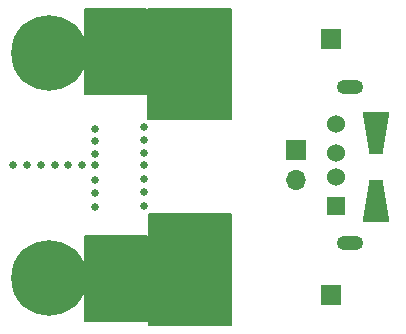
<source format=gbr>
%TF.GenerationSoftware,KiCad,Pcbnew,(7.0.0)*%
%TF.CreationDate,2023-03-03T15:02:14-06:00*%
%TF.ProjectId,Banana to USB Adapter,42616e61-6e61-4207-946f-205553422041,rev?*%
%TF.SameCoordinates,Original*%
%TF.FileFunction,Soldermask,Bot*%
%TF.FilePolarity,Negative*%
%FSLAX46Y46*%
G04 Gerber Fmt 4.6, Leading zero omitted, Abs format (unit mm)*
G04 Created by KiCad (PCBNEW (7.0.0)) date 2023-03-03 15:02:14*
%MOMM*%
%LPD*%
G01*
G04 APERTURE LIST*
G04 Aperture macros list*
%AMOutline4P*
0 Free polygon, 4 corners , with rotation*
0 The origin of the aperture is its center*
0 number of corners: always 4*
0 $1 to $8 corner X, Y*
0 $9 Rotation angle, in degrees counterclockwise*
0 create outline with 4 corners*
4,1,4,$1,$2,$3,$4,$5,$6,$7,$8,$1,$2,$9*%
G04 Aperture macros list end*
%ADD10C,0.150000*%
%ADD11C,0.635000*%
%ADD12R,1.700000X1.700000*%
%ADD13C,0.800000*%
%ADD14C,6.400000*%
%ADD15R,1.524000X1.524000*%
%ADD16C,1.524000*%
%ADD17O,2.250000X1.200000*%
%ADD18O,1.700000X1.700000*%
%ADD19Outline4P,-1.800000X-1.150000X1.800000X-0.550000X1.800000X0.550000X-1.800000X1.150000X90.000000*%
%ADD20Outline4P,-1.800000X-1.150000X1.800000X-0.550000X1.800000X0.550000X-1.800000X1.150000X270.000000*%
G04 APERTURE END LIST*
D10*
X132050000Y-86168600D02*
X137249800Y-86168600D01*
X137249800Y-86168600D02*
X137249800Y-93331400D01*
X137249800Y-93331400D02*
X132050000Y-93331400D01*
X132050000Y-93331400D02*
X132050000Y-86168600D01*
G36*
X132050000Y-86168600D02*
G01*
X137249800Y-86168600D01*
X137249800Y-93331400D01*
X132050000Y-93331400D01*
X132050000Y-86168600D01*
G37*
X132075000Y-105368600D02*
X137274800Y-105368600D01*
X137274800Y-105368600D02*
X137274800Y-112531400D01*
X137274800Y-112531400D02*
X132075000Y-112531400D01*
X132075000Y-112531400D02*
X132075000Y-105368600D01*
G36*
X132075000Y-105368600D02*
G01*
X137274800Y-105368600D01*
X137274800Y-112531400D01*
X132075000Y-112531400D01*
X132075000Y-105368600D01*
G37*
X137477600Y-103516000D02*
X144422400Y-103516000D01*
X144422400Y-103516000D02*
X144422400Y-112925000D01*
X144422400Y-112925000D02*
X137477600Y-112925000D01*
X137477600Y-112925000D02*
X137477600Y-103516000D01*
G36*
X137477600Y-103516000D02*
G01*
X144422400Y-103516000D01*
X144422400Y-112925000D01*
X137477600Y-112925000D01*
X137477600Y-103516000D01*
G37*
X137439400Y-86133000D02*
X144424200Y-86133000D01*
X144424200Y-86133000D02*
X144424200Y-95511000D01*
X144424200Y-95511000D02*
X137439400Y-95511000D01*
X137439400Y-95511000D02*
X137439400Y-86133000D01*
G36*
X137439400Y-86133000D02*
G01*
X144424200Y-86133000D01*
X144424200Y-95511000D01*
X137439400Y-95511000D01*
X137439400Y-86133000D01*
G37*
D11*
%TO.C,REF\u002A\u002A*%
X132923000Y-98421800D03*
%TD*%
%TO.C,*%
X137075000Y-96172884D03*
%TD*%
%TO.C,REF\u002A\u002A*%
X131816024Y-99340000D03*
%TD*%
%TO.C,REF\u002A\u002A*%
X132923000Y-97349920D03*
%TD*%
D12*
%TO.C,J3*%
X152882599Y-88671399D03*
%TD*%
D11*
%TO.C,REF\u002A\u002A*%
X132923000Y-99396800D03*
%TD*%
D13*
%TO.C,H1*%
X126600138Y-108968250D03*
X127303082Y-107271194D03*
X127303082Y-110665306D03*
X129000138Y-106568250D03*
D14*
X129000138Y-108968250D03*
D13*
X129000138Y-111368250D03*
X130697194Y-107271194D03*
X130697194Y-110665306D03*
X131400138Y-108968250D03*
%TD*%
D11*
%TO.C,*%
X137075000Y-102797952D03*
%TD*%
%TO.C,*%
X137075000Y-98316644D03*
%TD*%
D15*
%TO.C,J1*%
X153306499Y-102864799D03*
D16*
X153306500Y-100364800D03*
X153306500Y-98364800D03*
X153306500Y-95864800D03*
D17*
X154506499Y-105934799D03*
X154506499Y-92794799D03*
%TD*%
D11*
%TO.C,*%
X137075000Y-97244764D03*
%TD*%
%TO.C,*%
X137075000Y-99363124D03*
%TD*%
D12*
%TO.C,J2*%
X152882599Y-110337599D03*
%TD*%
D11*
%TO.C,REF\u002A\u002A*%
X130654518Y-99340000D03*
%TD*%
%TO.C,*%
X137075000Y-101661476D03*
%TD*%
%TO.C,REF\u002A\u002A*%
X132923000Y-102903108D03*
%TD*%
%TO.C,REF\u002A\u002A*%
X132923000Y-96278040D03*
%TD*%
D13*
%TO.C,H2*%
X126600138Y-89918250D03*
X127303082Y-88221194D03*
X127303082Y-91615306D03*
X129000138Y-87518250D03*
D14*
X129000138Y-89918250D03*
D13*
X129000138Y-92318250D03*
X130697194Y-88221194D03*
X130697194Y-91615306D03*
X131400138Y-89918250D03*
%TD*%
D11*
%TO.C,REF\u002A\u002A*%
X128331506Y-99340000D03*
%TD*%
%TO.C,*%
X137075000Y-100525000D03*
%TD*%
%TO.C,REF\u002A\u002A*%
X126008494Y-99340000D03*
%TD*%
%TO.C,REF\u002A\u002A*%
X127170000Y-99340000D03*
%TD*%
%TO.C,REF\u002A\u002A*%
X132923000Y-100630156D03*
%TD*%
%TO.C,REF\u002A\u002A*%
X132923000Y-101766632D03*
%TD*%
%TO.C,REF\u002A\u002A*%
X129493012Y-99340000D03*
%TD*%
D12*
%TO.C,J4*%
X149893249Y-98105799D03*
D18*
X149893249Y-100645799D03*
%TD*%
D19*
%TO.C,D2*%
X156680000Y-102450000D03*
D20*
X156680000Y-96650000D03*
%TD*%
M02*

</source>
